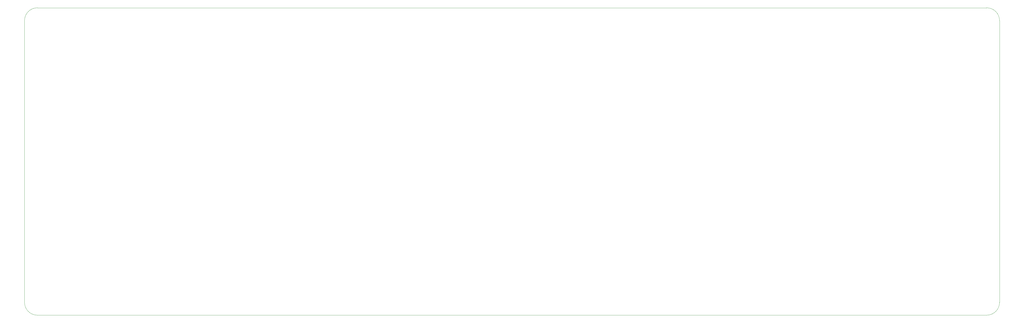
<source format=gbr>
%TF.GenerationSoftware,KiCad,Pcbnew,(5.1.6-0-10_14)*%
%TF.CreationDate,2021-09-05T18:40:08-05:00*%
%TF.ProjectId,EVO70_FR4_base,45564f37-305f-4465-9234-5f626173652e,rev?*%
%TF.SameCoordinates,Original*%
%TF.FileFunction,Profile,NP*%
%FSLAX46Y46*%
G04 Gerber Fmt 4.6, Leading zero omitted, Abs format (unit mm)*
G04 Created by KiCad (PCBNEW (5.1.6-0-10_14)) date 2021-09-05 18:40:08*
%MOMM*%
%LPD*%
G01*
G04 APERTURE LIST*
%TA.AperFunction,Profile*%
%ADD10C,0.100000*%
%TD*%
G04 APERTURE END LIST*
D10*
X399270000Y-213300000D02*
G75*
G03*
X404080000Y-208490000I0J4810000D01*
G01*
X399270000Y-213300000D02*
X43617500Y-213300000D01*
X38807500Y-208490000D02*
G75*
G03*
X43617500Y-213300000I4810000J0D01*
G01*
X38807500Y-102810000D02*
X38807500Y-208490000D01*
X43617500Y-98000000D02*
G75*
G03*
X38807500Y-102810000I0J-4810000D01*
G01*
X399270000Y-98000000D02*
X43617500Y-98000000D01*
X404080000Y-102810000D02*
G75*
G03*
X399270000Y-98000000I-4810000J0D01*
G01*
X404080000Y-102810000D02*
X404080000Y-208490000D01*
M02*

</source>
